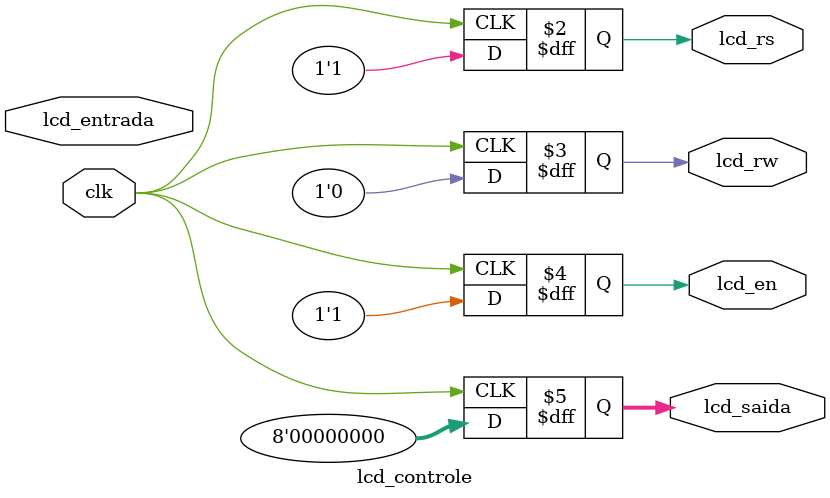
<source format=v>
module lcd_controle (
clk,
lcd_rs,
lcd_rw,
lcd_en,
lcd_entrada,
lcd_saida,
);

input clk;
input [7:0] lcd_entrada;
output reg lcd_rs, lcd_rw, lcd_en;
output reg [7:0] lcd_saida;

always @ (posedge clk) begin
	lcd_en <= 1'b1;
	lcd_rw <= 1'b0;
	lcd_rs <= 1'b1;
	lcd_saida[0] = 6'h22;
	lcd_saida[1] = 6'h22;
	lcd_saida[2] = 6'h22;
	lcd_saida[3] = 6'h22;
	lcd_saida[4] = 6'h22;
	lcd_saida[5] = 6'h22;
	lcd_saida[6] = 6'h22;
	lcd_saida[7] = 6'h22;
end

endmodule

</source>
